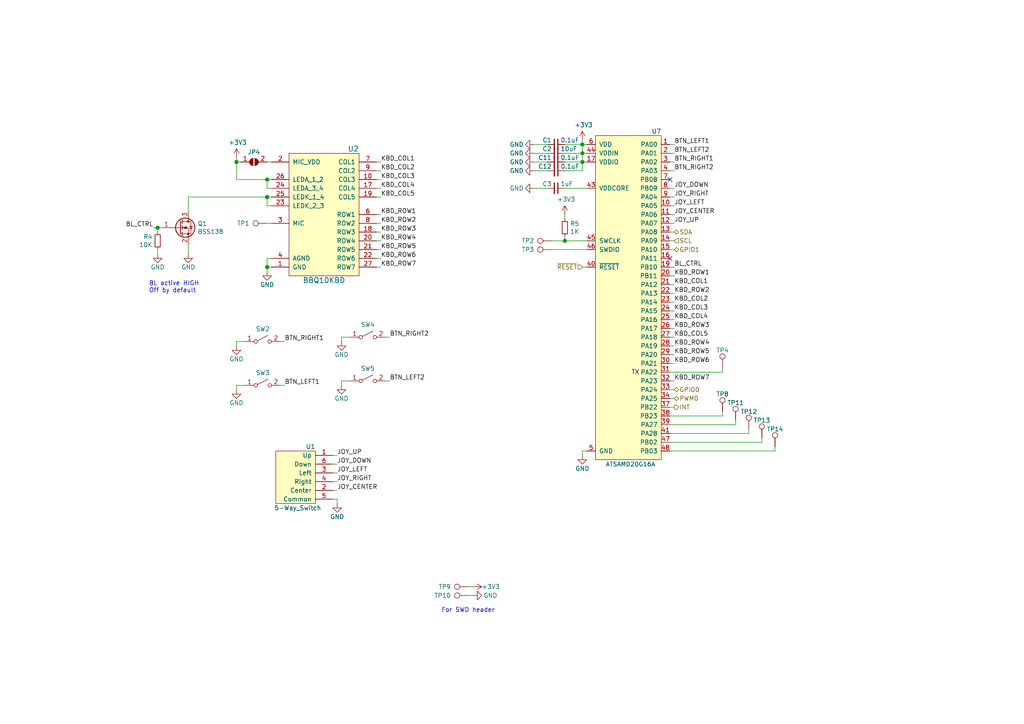
<source format=kicad_sch>
(kicad_sch (version 20210126) (generator eeschema)
  (paper "A4")
  (lib_symbols
    (symbol "Connector:TestPoint" (pin_numbers hide) (pin_names (offset 0.762) hide)
      (property "Reference" "TP" (at 0 6.858 0))
      (property "Value" "TestPoint" (at 0 5.08 0))
      (symbol "TestPoint_0_1"
        (circle (center 0 3.302) (radius 0.762))
      )
      (symbol "TestPoint_1_1"
        (pin passive line (at 0 0 90) (length 2.54) (name "1") (number "1"))
      )
    )
    (symbol "Device:C_Small" (pin_numbers hide) (pin_names (offset 0.254) hide)
      (property "Reference" "C" (at 0.254 1.778 0))
      (property "Value" "C_Small" (at 0.254 -2.032 0))
      (symbol "C_Small_0_1"
        (polyline (pts (xy -1.524 -0.508) (xy 1.524 -0.508)) (stroke (width 0.3302)))
        (polyline (pts (xy -1.524 0.508) (xy 1.524 0.508)) (stroke (width 0.3048)))
      )
      (symbol "C_Small_1_1"
        (pin passive line (at 0 2.54 270) (length 2.032) (name "~") (number "1"))
        (pin passive line (at 0 -2.54 90) (length 2.032) (name "~") (number "2"))
      )
    )
    (symbol "Device:R_Small" (pin_numbers hide) (pin_names (offset 0.254) hide)
      (property "Reference" "R" (at 0.762 0.508 0))
      (property "Value" "R_Small" (at 0.762 -1.016 0))
      (symbol "R_Small_0_1"
        (rectangle (start -0.762 1.778) (end 0.762 -1.778) (stroke (width 0.2032)))
      )
      (symbol "R_Small_1_1"
        (pin passive line (at 0 2.54 270) (length 0.762) (name "~") (number "1"))
        (pin passive line (at 0 -2.54 90) (length 0.762) (name "~") (number "2"))
      )
    )
    (symbol "Jumper:SolderJumper_2_Open" (pin_names (offset 0) hide)
      (property "Reference" "JP" (at 0 2.032 0))
      (property "Value" "SolderJumper_2_Open" (at 0 -2.54 0))
      (symbol "SolderJumper_2_Open_0_1"
        (arc (start -0.254 1.016) (end -0.254 -1.016) (radius (at -0.254 0) (length 1.016) (angles 90.1 -90.1)))
        (arc (start 0.254 -1.016) (end 0.254 1.016) (radius (at 0.254 0) (length 1.016) (angles -89.9 89.9)))
        (arc (start -0.254 1.016) (end -0.254 -1.016) (radius (at -0.254 0) (length 1.016) (angles 90.1 -90.1)) (fill (type outline)))
        (arc (start 0.254 -1.016) (end 0.254 1.016) (radius (at 0.254 0) (length 1.016) (angles -89.9 89.9)) (fill (type outline)))
        (polyline (pts (xy -0.254 1.016) (xy -0.254 -1.016)))
        (polyline (pts (xy 0.254 1.016) (xy 0.254 -1.016)))
      )
      (symbol "SolderJumper_2_Open_1_1"
        (pin passive line (at -3.81 0 0) (length 2.54) (name "A") (number "1"))
        (pin passive line (at 3.81 0 180) (length 2.54) (name "B") (number "2"))
      )
    )
    (symbol "Keyboard:BBQ10KBD" (pin_names (offset 1.016))
      (property "Reference" "U" (at 10.16 19.05 0))
      (property "Value" "BBQ10KBD" (at 1.27 -19.05 0))
      (symbol "BBQ10KBD_0_1"
        (rectangle (start -10.16 17.78) (end 10.16 -17.78) (fill (type background)))
      )
      (symbol "BBQ10KBD_1_1"
        (pin power_in line (at -15.24 -15.24 0) (length 5.08) (name "GND") (number "1"))
        (pin output line (at 15.24 10.16 180) (length 5.08) (name "COL3") (number "10"))
        (pin passive line (at -15.24 -15.24 0) (length 5.08) hide (name "GND") (number "11"))
        (pin passive line (at -15.24 -15.24 0) (length 5.08) hide (name "GND") (number "12"))
        (pin passive line (at -15.24 -15.24 0) (length 5.08) hide (name "GND") (number "13"))
        (pin passive line (at -15.24 -15.24 0) (length 5.08) hide (name "GND") (number "14"))
        (pin passive line (at -15.24 -15.24 0) (length 5.08) hide (name "GND") (number "15"))
        (pin passive line (at -15.24 -15.24 0) (length 5.08) hide (name "GND") (number "16"))
        (pin output line (at 15.24 7.62 180) (length 5.08) (name "COL4") (number "17"))
        (pin output line (at 15.24 -5.08 180) (length 5.08) (name "ROW3") (number "18"))
        (pin output line (at 15.24 5.08 180) (length 5.08) (name "COL5") (number "19"))
        (pin input line (at -15.24 15.24 0) (length 5.08) (name "MIC_VDD") (number "2"))
        (pin output line (at 15.24 -7.62 180) (length 5.08) (name "ROW4") (number "20"))
        (pin output line (at 15.24 -10.16 180) (length 5.08) (name "ROW5") (number "21"))
        (pin output line (at 15.24 -12.7 180) (length 5.08) (name "ROW6") (number "22"))
        (pin input line (at -15.24 2.54 0) (length 5.08) (name "LEDK_2_3") (number "23"))
        (pin power_in line (at -15.24 7.62 0) (length 5.08) (name "LEDA_3_4") (number "24"))
        (pin input line (at -15.24 5.08 0) (length 5.08) (name "LEDK_1_4") (number "25"))
        (pin power_in line (at -15.24 10.16 0) (length 5.08) (name "LEDA_1_2") (number "26"))
        (pin output line (at 15.24 -15.24 180) (length 5.08) (name "ROW7") (number "27"))
        (pin passive line (at -15.24 -15.24 0) (length 5.08) hide (name "GND") (number "28"))
        (pin output line (at -15.24 -2.54 0) (length 5.08) (name "MIC") (number "3"))
        (pin power_in line (at -15.24 -12.7 0) (length 5.08) (name "AGND") (number "4"))
        (pin passive line (at -15.24 -15.24 0) (length 5.08) hide (name "GND") (number "5"))
        (pin output line (at 15.24 0 180) (length 5.08) (name "ROW1") (number "6"))
        (pin output line (at 15.24 15.24 180) (length 5.08) (name "COL1") (number "7"))
        (pin output line (at 15.24 -2.54 180) (length 5.08) (name "ROW2") (number "8"))
        (pin output line (at 15.24 12.7 180) (length 5.08) (name "COL2") (number "9"))
      )
    )
    (symbol "MCU_Microchip_SAMD_Extra:ATSAMD20G16A" (pin_names (offset 1.016))
      (property "Reference" "U" (at 7.62 46.99 0))
      (property "Value" "ATSAMD20G16A" (at -1.27 -49.53 0))
      (symbol "ATSAMD20G16A_0_1"
        (rectangle (start -11.43 45.72) (end 7.62 -48.26) (fill (type background)))
      )
      (symbol "ATSAMD20G16A_1_1"
        (pin bidirectional line (at 10.16 43.18 180) (length 2.54) (name "PA00") (number "1"))
        (pin bidirectional line (at 10.16 25.4 180) (length 2.54) (name "PA05") (number "10"))
        (pin bidirectional line (at 10.16 22.86 180) (length 2.54) (name "PA06") (number "11"))
        (pin bidirectional line (at 10.16 20.32 180) (length 2.54) (name "PA07") (number "12"))
        (pin bidirectional line (at 10.16 17.78 180) (length 2.54) (name "PA08") (number "13"))
        (pin bidirectional line (at 10.16 15.24 180) (length 2.54) (name "PA09") (number "14"))
        (pin bidirectional line (at 10.16 12.7 180) (length 2.54) (name "PA10") (number "15"))
        (pin bidirectional line (at 10.16 10.16 180) (length 2.54) (name "PA11") (number "16"))
        (pin power_in line (at -13.97 38.1 0) (length 2.54) (name "VDDIO") (number "17"))
        (pin passive line (at -13.97 -45.72 0) (length 2.54) hide (name "GND") (number "18"))
        (pin bidirectional line (at 10.16 7.62 180) (length 2.54) (name "PB10") (number "19"))
        (pin bidirectional line (at 10.16 40.64 180) (length 2.54) (name "PA01") (number "2"))
        (pin bidirectional line (at 10.16 5.08 180) (length 2.54) (name "PB11") (number "20"))
        (pin bidirectional line (at 10.16 2.54 180) (length 2.54) (name "PA12") (number "21"))
        (pin bidirectional line (at 10.16 0 180) (length 2.54) (name "PA13") (number "22"))
        (pin bidirectional line (at 10.16 -2.54 180) (length 2.54) (name "PA14") (number "23"))
        (pin bidirectional line (at 10.16 -5.08 180) (length 2.54) (name "PA15") (number "24"))
        (pin bidirectional line (at 10.16 -7.62 180) (length 2.54) (name "PA16") (number "25"))
        (pin bidirectional line (at 10.16 -10.16 180) (length 2.54) (name "PA17") (number "26"))
        (pin bidirectional line (at 10.16 -12.7 180) (length 2.54) (name "PA18") (number "27"))
        (pin bidirectional line (at 10.16 -15.24 180) (length 2.54) (name "PA19") (number "28"))
        (pin bidirectional line (at 10.16 -17.78 180) (length 2.54) (name "PA20") (number "29"))
        (pin bidirectional line (at 10.16 38.1 180) (length 2.54) (name "PA02") (number "3"))
        (pin bidirectional line (at 10.16 -20.32 180) (length 2.54) (name "PA21") (number "30"))
        (pin bidirectional line (at 10.16 -22.86 180) (length 2.54) (name "PA22") (number "31"))
        (pin bidirectional line (at 10.16 -25.4 180) (length 2.54) (name "PA23") (number "32"))
        (pin bidirectional line (at 10.16 -27.94 180) (length 2.54) (name "PA24") (number "33"))
        (pin bidirectional line (at 10.16 -30.48 180) (length 2.54) (name "PA25") (number "34"))
        (pin passive line (at -13.97 -45.72 0) (length 2.54) hide (name "GND") (number "35"))
        (pin passive line (at -13.97 38.1 0) (length 2.54) hide (name "VDDIO") (number "36"))
        (pin bidirectional line (at 10.16 -33.02 180) (length 2.54) (name "PB22") (number "37"))
        (pin bidirectional line (at 10.16 -35.56 180) (length 2.54) (name "PB23") (number "38"))
        (pin bidirectional line (at 10.16 -38.1 180) (length 2.54) (name "PA27") (number "39"))
        (pin bidirectional line (at 10.16 35.56 180) (length 2.54) (name "PA03") (number "4"))
        (pin input line (at -13.97 7.62 0) (length 2.54) (name "~RESET~") (number "40"))
        (pin bidirectional line (at 10.16 -40.64 180) (length 2.54) (name "PA28") (number "41"))
        (pin passive line (at -13.97 -45.72 0) (length 2.54) hide (name "GND") (number "42"))
        (pin power_out line (at -13.97 30.48 0) (length 2.54) (name "VDDCORE") (number "43"))
        (pin power_in line (at -13.97 40.64 0) (length 2.54) (name "VDDIN") (number "44"))
        (pin input line (at -13.97 15.24 0) (length 2.54) (name "SWCLK") (number "45"))
        (pin bidirectional line (at -13.97 12.7 0) (length 2.54) (name "SWDIO") (number "46"))
        (pin bidirectional line (at 10.16 -43.18 180) (length 2.54) (name "PB02") (number "47"))
        (pin bidirectional line (at 10.16 -45.72 180) (length 2.54) (name "PB03") (number "48"))
        (pin power_in line (at -13.97 -45.72 0) (length 2.54) (name "GND") (number "5"))
        (pin power_in line (at -13.97 43.18 0) (length 2.54) (name "VDD") (number "6"))
        (pin bidirectional line (at 10.16 33.02 180) (length 2.54) (name "PB08") (number "7"))
        (pin bidirectional line (at 10.16 30.48 180) (length 2.54) (name "PB09") (number "8"))
        (pin bidirectional line (at 10.16 27.94 180) (length 2.54) (name "PA04") (number "9"))
      )
    )
    (symbol "Switch:SW_SPST" (pin_names (offset 0) hide)
      (property "Reference" "SW" (at 0 3.175 0))
      (property "Value" "SW_SPST" (at 0 -2.54 0))
      (symbol "SW_SPST_0_0"
        (circle (center -2.032 0) (radius 0.508))
        (circle (center 2.032 0) (radius 0.508))
        (polyline (pts (xy -1.524 0.254) (xy 1.524 1.778)))
      )
      (symbol "SW_SPST_1_1"
        (pin passive line (at -5.08 0 0) (length 2.54) (name "A") (number "1"))
        (pin passive line (at 5.08 0 180) (length 2.54) (name "B") (number "2"))
      )
    )
    (symbol "Switch_Extra:5-Way_Switch" (pin_names (offset 1.016))
      (property "Reference" "U" (at 5.08 10.16 0))
      (property "Value" "5-Way_Switch" (at 0 -7.62 0))
      (symbol "5-Way_Switch_0_1"
        (rectangle (start 5.08 8.89) (end -6.35 -6.35) (fill (type background)))
      )
      (symbol "5-Way_Switch_1_1"
        (pin output line (at 10.16 7.62 180) (length 5.08) (name "Up") (number "1"))
        (pin output line (at 10.16 -2.54 180) (length 5.08) (name "Center") (number "2"))
        (pin output line (at 10.16 2.54 180) (length 5.08) (name "Left") (number "3"))
        (pin output line (at 10.16 0 180) (length 5.08) (name "Right") (number "4"))
        (pin input line (at 10.16 -5.08 180) (length 5.08) (name "Common") (number "5"))
        (pin output line (at 10.16 5.08 180) (length 5.08) (name "Down") (number "6"))
        (pin input line (at 10.16 -5.08 180) (length 5.08) hide (name "SHIELD") (number "SHIELD"))
      )
    )
    (symbol "Transistor_FET:BSS138" (pin_names hide)
      (property "Reference" "Q" (at 5.08 1.905 0))
      (property "Value" "BSS138" (at 5.08 0 0))
      (symbol "BSS138_0_1"
        (circle (center 1.651 0) (radius 2.794) (stroke (width 0.254)))
        (circle (center 2.54 -1.778) (radius 0.254) (fill (type outline)))
        (circle (center 2.54 1.778) (radius 0.254) (fill (type outline)))
        (polyline (pts (xy 0.254 0) (xy -2.54 0)))
        (polyline (pts (xy 0.254 1.905) (xy 0.254 -1.905)) (stroke (width 0.254)))
        (polyline (pts (xy 0.762 -1.27) (xy 0.762 -2.286)) (stroke (width 0.254)))
        (polyline (pts (xy 0.762 0.508) (xy 0.762 -0.508)) (stroke (width 0.254)))
        (polyline (pts (xy 0.762 2.286) (xy 0.762 1.27)) (stroke (width 0.254)))
        (polyline (pts (xy 2.54 2.54) (xy 2.54 1.778)))
        (polyline (pts (xy 2.54 -2.54) (xy 2.54 0) (xy 0.762 0)))
        (polyline (pts (xy 0.762 -1.778) (xy 3.302 -1.778) (xy 3.302 1.778) (xy 0.762 1.778)))
        (polyline (pts (xy 2.794 0.508) (xy 2.921 0.381) (xy 3.683 0.381) (xy 3.81 0.254)))
        (polyline (pts (xy 3.302 0.381) (xy 2.921 -0.254) (xy 3.683 -0.254) (xy 3.302 0.381)))
        (polyline (pts (xy 1.016 0) (xy 2.032 0.381) (xy 2.032 -0.381) (xy 1.016 0)) (fill (type outline)))
      )
      (symbol "BSS138_1_1"
        (pin input line (at -5.08 0 0) (length 2.54) (name "G") (number "1"))
        (pin passive line (at 2.54 -5.08 90) (length 2.54) (name "S") (number "2"))
        (pin passive line (at 2.54 5.08 270) (length 2.54) (name "D") (number "3"))
      )
    )
    (symbol "power:+3.3V" (power) (pin_names (offset 0))
      (property "Value" "+3.3V" (at 0 3.556 0))
      (symbol "+3.3V_0_1"
        (polyline (pts (xy -0.762 1.27) (xy 0 2.54)))
        (polyline (pts (xy 0 0) (xy 0 2.54)))
        (polyline (pts (xy 0 2.54) (xy 0.762 1.27)))
      )
      (symbol "+3.3V_1_1"
        (pin power_in line (at 0 0 90) (length 0) hide (name "+3V3") (number "1"))
      )
    )
    (symbol "power:+3.3V_1" (power) (pin_names (offset 0))
      (property "Value" "+3.3V" (at 0 3.556 0))
      (symbol "+3.3V_1_0_1"
        (polyline (pts (xy -0.762 1.27) (xy 0 2.54)))
        (polyline (pts (xy 0 0) (xy 0 2.54)))
        (polyline (pts (xy 0 2.54) (xy 0.762 1.27)))
      )
      (symbol "+3.3V_1_1_1"
        (pin power_in line (at 0 0 90) (length 0) hide (name "+3V3") (number "1"))
      )
    )
    (symbol "power:+3.3V_2" (power) (pin_names (offset 0))
      (property "Value" "+3.3V" (at 0 3.556 0))
      (symbol "+3.3V_2_0_1"
        (polyline (pts (xy -0.762 1.27) (xy 0 2.54)))
        (polyline (pts (xy 0 0) (xy 0 2.54)))
        (polyline (pts (xy 0 2.54) (xy 0.762 1.27)))
      )
      (symbol "+3.3V_2_1_1"
        (pin power_in line (at 0 0 90) (length 0) hide (name "+3V3") (number "1"))
      )
    )
    (symbol "power:+3.3V_3" (power) (pin_names (offset 0))
      (property "Value" "+3.3V" (at 0 3.556 0))
      (symbol "+3.3V_3_0_1"
        (polyline (pts (xy -0.762 1.27) (xy 0 2.54)))
        (polyline (pts (xy 0 0) (xy 0 2.54)))
        (polyline (pts (xy 0 2.54) (xy 0.762 1.27)))
      )
      (symbol "+3.3V_3_1_1"
        (pin power_in line (at 0 0 90) (length 0) hide (name "+3V3") (number "1"))
      )
    )
    (symbol "power:GND" (power) (pin_names (offset 0))
      (property "Value" "GND" (at 0 -3.81 0))
      (symbol "GND_0_1"
        (polyline (pts (xy 0 0) (xy 0 -1.27) (xy 1.27 -1.27) (xy 0 -2.54) (xy -1.27 -1.27) (xy 0 -1.27)))
      )
      (symbol "GND_1_1"
        (pin power_in line (at 0 0 270) (length 0) hide (name "GND") (number "1"))
      )
    )
  )
  (junction (at 45.72 66.04) (diameter 1.016))
  (junction (at 68.58 46.99) (diameter 1.016))
  (junction (at 77.47 52.07) (diameter 1.016))
  (junction (at 77.47 57.15) (diameter 1.016))
  (junction (at 77.47 77.47) (diameter 1.016))
  (junction (at 163.83 69.85) (diameter 1.016))
  (junction (at 168.91 41.91) (diameter 1.016))
  (junction (at 168.91 44.45) (diameter 1.016))
  (junction (at 168.91 46.99) (diameter 1.016))
  (no_connect (at 194.31 52.07))
  (no_connect (at 194.31 74.93))
  (wire (pts (xy 45.72 66.04) (xy 44.45 66.04)))
  (wire (pts (xy 45.72 66.04) (xy 45.72 67.31)))
  (wire (pts (xy 45.72 72.39) (xy 45.72 73.66)))
  (wire (pts (xy 46.99 66.04) (xy 45.72 66.04)))
  (wire (pts (xy 54.61 57.15) (xy 54.61 60.96)))
  (wire (pts (xy 54.61 71.12) (xy 54.61 73.66)))
  (wire (pts (xy 68.58 46.99) (xy 68.58 45.72)))
  (wire (pts (xy 68.58 52.07) (xy 68.58 46.99)))
  (wire (pts (xy 68.58 99.06) (xy 68.58 100.33)))
  (wire (pts (xy 68.58 111.76) (xy 68.58 113.03)))
  (wire (pts (xy 69.85 46.99) (xy 68.58 46.99)))
  (wire (pts (xy 71.12 99.06) (xy 68.58 99.06)))
  (wire (pts (xy 71.12 111.76) (xy 68.58 111.76)))
  (wire (pts (xy 77.47 46.99) (xy 78.74 46.99)))
  (wire (pts (xy 77.47 52.07) (xy 68.58 52.07)))
  (wire (pts (xy 77.47 54.61) (xy 77.47 52.07)))
  (wire (pts (xy 77.47 57.15) (xy 54.61 57.15)))
  (wire (pts (xy 77.47 57.15) (xy 78.74 57.15)))
  (wire (pts (xy 77.47 59.69) (xy 77.47 57.15)))
  (wire (pts (xy 77.47 74.93) (xy 77.47 77.47)))
  (wire (pts (xy 77.47 77.47) (xy 77.47 78.74)))
  (wire (pts (xy 77.47 77.47) (xy 78.74 77.47)))
  (wire (pts (xy 78.74 52.07) (xy 77.47 52.07)))
  (wire (pts (xy 78.74 54.61) (xy 77.47 54.61)))
  (wire (pts (xy 78.74 59.69) (xy 77.47 59.69)))
  (wire (pts (xy 78.74 64.77) (xy 77.47 64.77)))
  (wire (pts (xy 78.74 74.93) (xy 77.47 74.93)))
  (wire (pts (xy 81.28 99.06) (xy 82.55 99.06)))
  (wire (pts (xy 81.28 111.76) (xy 82.55 111.76)))
  (wire (pts (xy 96.52 132.08) (xy 97.79 132.08)))
  (wire (pts (xy 96.52 134.62) (xy 97.79 134.62)))
  (wire (pts (xy 96.52 137.16) (xy 97.79 137.16)))
  (wire (pts (xy 96.52 139.7) (xy 97.79 139.7)))
  (wire (pts (xy 96.52 142.24) (xy 97.79 142.24)))
  (wire (pts (xy 96.52 144.78) (xy 97.79 144.78)))
  (wire (pts (xy 97.79 144.78) (xy 97.79 146.05)))
  (wire (pts (xy 99.06 97.79) (xy 99.06 99.06)))
  (wire (pts (xy 99.06 110.49) (xy 99.06 111.76)))
  (wire (pts (xy 101.6 97.79) (xy 99.06 97.79)))
  (wire (pts (xy 101.6 110.49) (xy 99.06 110.49)))
  (wire (pts (xy 109.22 46.99) (xy 110.49 46.99)))
  (wire (pts (xy 109.22 49.53) (xy 110.49 49.53)))
  (wire (pts (xy 109.22 52.07) (xy 110.49 52.07)))
  (wire (pts (xy 109.22 54.61) (xy 110.49 54.61)))
  (wire (pts (xy 109.22 57.15) (xy 110.49 57.15)))
  (wire (pts (xy 109.22 62.23) (xy 110.49 62.23)))
  (wire (pts (xy 109.22 64.77) (xy 110.49 64.77)))
  (wire (pts (xy 109.22 67.31) (xy 110.49 67.31)))
  (wire (pts (xy 109.22 69.85) (xy 110.49 69.85)))
  (wire (pts (xy 109.22 72.39) (xy 110.49 72.39)))
  (wire (pts (xy 109.22 74.93) (xy 110.49 74.93)))
  (wire (pts (xy 109.22 77.47) (xy 110.49 77.47)))
  (wire (pts (xy 111.76 97.79) (xy 113.03 97.79)))
  (wire (pts (xy 111.76 110.49) (xy 113.03 110.49)))
  (wire (pts (xy 135.89 170.18) (xy 137.16 170.18)))
  (wire (pts (xy 135.89 172.72) (xy 137.16 172.72)))
  (wire (pts (xy 158.75 41.91) (xy 154.94 41.91)))
  (wire (pts (xy 158.75 44.45) (xy 154.94 44.45)))
  (wire (pts (xy 158.75 46.99) (xy 154.94 46.99)))
  (wire (pts (xy 158.75 49.53) (xy 154.94 49.53)))
  (wire (pts (xy 158.75 54.61) (xy 154.94 54.61)))
  (wire (pts (xy 163.83 44.45) (xy 168.91 44.45)))
  (wire (pts (xy 163.83 46.99) (xy 168.91 46.99)))
  (wire (pts (xy 163.83 49.53) (xy 168.91 49.53)))
  (wire (pts (xy 163.83 54.61) (xy 170.18 54.61)))
  (wire (pts (xy 163.83 63.5) (xy 163.83 62.23)))
  (wire (pts (xy 163.83 69.85) (xy 160.02 69.85)))
  (wire (pts (xy 163.83 69.85) (xy 163.83 68.58)))
  (wire (pts (xy 168.91 41.91) (xy 163.83 41.91)))
  (wire (pts (xy 168.91 41.91) (xy 168.91 40.64)))
  (wire (pts (xy 168.91 41.91) (xy 168.91 44.45)))
  (wire (pts (xy 168.91 44.45) (xy 168.91 46.99)))
  (wire (pts (xy 168.91 44.45) (xy 170.18 44.45)))
  (wire (pts (xy 168.91 46.99) (xy 168.91 49.53)))
  (wire (pts (xy 168.91 46.99) (xy 170.18 46.99)))
  (wire (pts (xy 168.91 130.81) (xy 168.91 132.08)))
  (wire (pts (xy 170.18 41.91) (xy 168.91 41.91)))
  (wire (pts (xy 170.18 69.85) (xy 163.83 69.85)))
  (wire (pts (xy 170.18 72.39) (xy 160.02 72.39)))
  (wire (pts (xy 170.18 77.47) (xy 168.91 77.47)))
  (wire (pts (xy 170.18 130.81) (xy 168.91 130.81)))
  (wire (pts (xy 194.31 44.45) (xy 195.58 44.45)))
  (wire (pts (xy 194.31 54.61) (xy 195.58 54.61)))
  (wire (pts (xy 194.31 57.15) (xy 195.58 57.15)))
  (wire (pts (xy 194.31 59.69) (xy 195.58 59.69)))
  (wire (pts (xy 194.31 62.23) (xy 195.58 62.23)))
  (wire (pts (xy 194.31 64.77) (xy 195.58 64.77)))
  (wire (pts (xy 194.31 67.31) (xy 195.58 67.31)))
  (wire (pts (xy 194.31 69.85) (xy 195.58 69.85)))
  (wire (pts (xy 194.31 72.39) (xy 195.58 72.39)))
  (wire (pts (xy 194.31 77.47) (xy 195.58 77.47)))
  (wire (pts (xy 194.31 80.01) (xy 195.58 80.01)))
  (wire (pts (xy 194.31 82.55) (xy 195.58 82.55)))
  (wire (pts (xy 194.31 85.09) (xy 195.58 85.09)))
  (wire (pts (xy 194.31 87.63) (xy 195.58 87.63)))
  (wire (pts (xy 194.31 90.17) (xy 195.58 90.17)))
  (wire (pts (xy 194.31 92.71) (xy 195.58 92.71)))
  (wire (pts (xy 194.31 95.25) (xy 195.58 95.25)))
  (wire (pts (xy 194.31 97.79) (xy 195.58 97.79)))
  (wire (pts (xy 194.31 100.33) (xy 195.58 100.33)))
  (wire (pts (xy 194.31 102.87) (xy 195.58 102.87)))
  (wire (pts (xy 194.31 105.41) (xy 195.58 105.41)))
  (wire (pts (xy 194.31 107.95) (xy 209.55 107.95)))
  (wire (pts (xy 194.31 110.49) (xy 195.58 110.49)))
  (wire (pts (xy 194.31 113.03) (xy 195.58 113.03)))
  (wire (pts (xy 194.31 115.57) (xy 195.58 115.57)))
  (wire (pts (xy 194.31 118.11) (xy 195.58 118.11)))
  (wire (pts (xy 194.31 120.65) (xy 209.55 120.65)))
  (wire (pts (xy 194.31 123.19) (xy 213.36 123.19)))
  (wire (pts (xy 194.31 125.73) (xy 217.17 125.73)))
  (wire (pts (xy 194.31 128.27) (xy 220.98 128.27)))
  (wire (pts (xy 194.31 130.81) (xy 224.79 130.81)))
  (wire (pts (xy 195.58 41.91) (xy 194.31 41.91)))
  (wire (pts (xy 195.58 46.99) (xy 194.31 46.99)))
  (wire (pts (xy 195.58 49.53) (xy 194.31 49.53)))
  (wire (pts (xy 209.55 107.95) (xy 209.55 106.68)))
  (wire (pts (xy 209.55 120.65) (xy 209.55 119.38)))
  (wire (pts (xy 213.36 123.19) (xy 213.36 121.92)))
  (wire (pts (xy 217.17 125.73) (xy 217.17 124.46)))
  (wire (pts (xy 220.98 128.27) (xy 220.98 127)))
  (wire (pts (xy 224.79 130.81) (xy 224.79 129.54)))
  (text "BL active HIGH\nOff by default" (at 43.18 85.09 0) (effects (font (size 1.27 1.27)) (justify left bottom)))
  (text "For SWD header" (at 143.51 177.8 180) (effects (font (size 1.27 1.27)) (justify right bottom)))
  (text "TX" (at 183.0832 108.8136 0) (effects (font (size 1.27 1.27)) (justify left bottom)))
  (label "BL_CTRL" (at 44.45 66.04 180))
  (label "BTN_RIGHT1" (at 82.55 99.06 0))
  (label "BTN_LEFT1" (at 82.55 111.76 0))
  (label "JOY_UP" (at 97.79 132.08 0))
  (label "JOY_DOWN" (at 97.79 134.62 0))
  (label "JOY_LEFT" (at 97.79 137.16 0))
  (label "JOY_RIGHT" (at 97.79 139.7 0))
  (label "JOY_CENTER" (at 97.79 142.24 0))
  (label "KBD_COL1" (at 110.49 46.99 0))
  (label "KBD_COL2" (at 110.49 49.53 0))
  (label "KBD_COL3" (at 110.49 52.07 0))
  (label "KBD_COL4" (at 110.49 54.61 0))
  (label "KBD_COL5" (at 110.49 57.15 0))
  (label "KBD_ROW1" (at 110.49 62.23 0))
  (label "KBD_ROW2" (at 110.49 64.77 0))
  (label "KBD_ROW3" (at 110.49 67.31 0))
  (label "KBD_ROW4" (at 110.49 69.85 0))
  (label "KBD_ROW5" (at 110.49 72.39 0))
  (label "KBD_ROW6" (at 110.49 74.93 0))
  (label "KBD_ROW7" (at 110.49 77.47 0))
  (label "BTN_RIGHT2" (at 113.03 97.79 0))
  (label "BTN_LEFT2" (at 113.03 110.49 0))
  (label "BTN_LEFT1" (at 195.58 41.91 0))
  (label "BTN_LEFT2" (at 195.58 44.45 0))
  (label "BTN_RIGHT1" (at 195.58 46.99 0))
  (label "BTN_RIGHT2" (at 195.58 49.53 0))
  (label "JOY_DOWN" (at 195.58 54.61 0))
  (label "JOY_RIGHT" (at 195.58 57.15 0))
  (label "JOY_LEFT" (at 195.58 59.69 0))
  (label "JOY_CENTER" (at 195.58 62.23 0))
  (label "JOY_UP" (at 195.58 64.77 0))
  (label "BL_CTRL" (at 195.58 77.47 0))
  (label "KBD_ROW1" (at 195.58 80.01 0))
  (label "KBD_COL1" (at 195.58 82.55 0))
  (label "KBD_ROW2" (at 195.58 85.09 0))
  (label "KBD_COL2" (at 195.58 87.63 0))
  (label "KBD_COL3" (at 195.58 90.17 0))
  (label "KBD_COL4" (at 195.58 92.71 0))
  (label "KBD_ROW3" (at 195.58 95.25 0))
  (label "KBD_COL5" (at 195.58 97.79 0))
  (label "KBD_ROW4" (at 195.58 100.33 0))
  (label "KBD_ROW5" (at 195.58 102.87 0))
  (label "KBD_ROW6" (at 195.58 105.41 0))
  (label "KBD_ROW7" (at 195.58 110.49 0))
  (hierarchical_label "~RESET~" (shape input) (at 168.91 77.47 180))
  (hierarchical_label "SDA" (shape bidirectional) (at 195.58 67.31 0))
  (hierarchical_label "SCL" (shape input) (at 195.58 69.85 0))
  (hierarchical_label "GPIO1" (shape bidirectional) (at 195.58 72.39 0))
  (hierarchical_label "GPIO0" (shape bidirectional) (at 195.58 113.03 0))
  (hierarchical_label "PWM0" (shape bidirectional) (at 195.58 115.57 0))
  (hierarchical_label "INT" (shape output) (at 195.58 118.11 0))
  (symbol (lib_name "power:+3.3V_1") (lib_id "power:+3.3V") (at 68.58 45.72 0) (unit 1)
    (property "Reference" "#PWR016" (effects hide))
    (property "Value" "+3.3V" (at 68.961 41.3258 0))
  )
  (symbol (lib_name "power:+3.3V_2") (lib_id "power:+3.3V") (at 137.16 170.18 270) (unit 1)
    (property "Reference" "#PWR063" (effects hide))
    (property "Value" "+3.3V" (at 139.7 170.18 90) (effects (justify left)))
  )
  (symbol (lib_name "power:+3.3V_3") (lib_id "power:+3.3V") (at 163.83 62.23 0) (unit 1)
    (property "Reference" "#PWR024" (effects hide))
    (property "Value" "+3.3V" (at 164.211 57.8358 0))
  )
  (symbol (lib_id "power:+3.3V") (at 168.91 40.64 0) (unit 1)
    (property "Reference" "#PWR025" (effects hide))
    (property "Value" "+3.3V" (at 169.291 36.2458 0))
  )
  (symbol (lib_id "Connector:TestPoint") (at 77.47 64.77 90) (unit 1) (in_bom no)
    (property "Reference" "TP1" (at 72.39 64.77 90) (effects (justify left)))
    (property "Value" "TP_MIC" (effects hide))
    (property "Footprint" "TestPoint:TestPoint_Pad_D2.0mm" (effects hide))
  )
  (symbol (lib_id "Connector:TestPoint") (at 135.89 170.18 90) (unit 1) (in_bom no)
    (property "Reference" "TP9" (at 130.81 170.18 90) (effects (justify left)))
    (property "Value" "TP_KBD_3V" (effects hide))
    (property "Footprint" "TestPoint:TestPoint_Pad_D2.0mm" (effects hide))
  )
  (symbol (lib_id "Connector:TestPoint") (at 135.89 172.72 90) (unit 1) (in_bom no)
    (property "Reference" "TP10" (at 130.81 172.72 90) (effects (justify left)))
    (property "Value" "TP_KBD_GND" (effects hide))
    (property "Footprint" "TestPoint:TestPoint_Pad_D2.0mm" (effects hide))
  )
  (symbol (lib_id "Connector:TestPoint") (at 160.02 69.85 90) (unit 1) (in_bom no)
    (property "Reference" "TP2" (at 154.94 69.85 90) (effects (justify left)))
    (property "Value" "TP_KBD_SWCLK" (effects hide))
    (property "Footprint" "TestPoint:TestPoint_Pad_D2.0mm" (effects hide))
  )
  (symbol (lib_id "Connector:TestPoint") (at 160.02 72.39 90) (unit 1) (in_bom no)
    (property "Reference" "TP3" (at 154.94 72.39 90) (effects (justify left)))
    (property "Value" "TP_KBD_SWDIO" (effects hide))
    (property "Footprint" "TestPoint:TestPoint_Pad_D2.0mm" (effects hide))
  )
  (symbol (lib_id "Connector:TestPoint") (at 209.55 106.68 0) (unit 1) (in_bom no)
    (property "Reference" "TP4" (at 209.55 101.6 0))
    (property "Value" "TP_KBD_TX" (effects hide))
    (property "Footprint" "TestPoint:TestPoint_Pad_D2.0mm" (effects hide))
  )
  (symbol (lib_id "Connector:TestPoint") (at 209.55 119.38 0) (unit 1) (in_bom no)
    (property "Reference" "TP8" (at 209.55 114.3 0))
    (property "Value" "TP_GPIO2" (effects hide))
    (property "Footprint" "TestPoint:TestPoint_Pad_D2.0mm" (effects hide))
  )
  (symbol (lib_id "Connector:TestPoint") (at 213.36 121.92 0) (unit 1) (in_bom no)
    (property "Reference" "TP11" (at 213.36 116.84 0))
    (property "Value" "TP_GPIO3" (effects hide))
    (property "Footprint" "TestPoint:TestPoint_Pad_D2.0mm" (effects hide))
  )
  (symbol (lib_id "Connector:TestPoint") (at 217.17 124.46 0) (unit 1) (in_bom no)
    (property "Reference" "TP12" (at 217.17 119.38 0))
    (property "Value" "TP_GPIO4" (effects hide))
    (property "Footprint" "TestPoint:TestPoint_Pad_D2.0mm" (effects hide))
  )
  (symbol (lib_id "Connector:TestPoint") (at 220.98 127 0) (unit 1) (in_bom no)
    (property "Reference" "TP13" (at 220.98 121.92 0))
    (property "Value" "TP_GPIO5" (effects hide))
    (property "Footprint" "TestPoint:TestPoint_Pad_D2.0mm" (effects hide))
  )
  (symbol (lib_id "Connector:TestPoint") (at 224.79 129.54 0) (unit 1) (in_bom no)
    (property "Reference" "TP14" (at 224.79 124.46 0))
    (property "Value" "TP_GPIO6" (effects hide))
    (property "Footprint" "TestPoint:TestPoint_Pad_D2.0mm" (effects hide))
  )
  (symbol (lib_id "power:GND") (at 45.72 73.66 0) (unit 1)
    (property "Reference" "#PWR014" (effects hide))
    (property "Value" "GND" (at 45.72 77.47 0))
  )
  (symbol (lib_id "power:GND") (at 54.61 73.66 0) (unit 1)
    (property "Reference" "#PWR015" (effects hide))
    (property "Value" "GND" (at 54.61 77.47 0))
  )
  (symbol (lib_id "power:GND") (at 68.58 100.33 0) (unit 1)
    (property "Reference" "#PWR018" (effects hide))
    (property "Value" "GND" (at 68.58 104.14 0))
  )
  (symbol (lib_id "power:GND") (at 68.58 113.03 0) (unit 1)
    (property "Reference" "#PWR019" (effects hide))
    (property "Value" "GND" (at 68.58 116.84 0))
  )
  (symbol (lib_id "power:GND") (at 77.47 78.74 0) (unit 1)
    (property "Reference" "#PWR017" (effects hide))
    (property "Value" "GND" (at 77.47 82.55 0))
  )
  (symbol (lib_id "power:GND") (at 97.79 146.05 0) (unit 1)
    (property "Reference" "#PWR020" (effects hide))
    (property "Value" "GND" (at 97.79 149.86 0))
  )
  (symbol (lib_id "power:GND") (at 99.06 99.06 0) (unit 1)
    (property "Reference" "#PWR055" (effects hide))
    (property "Value" "GND" (at 99.06 102.87 0))
  )
  (symbol (lib_id "power:GND") (at 99.06 111.76 0) (unit 1)
    (property "Reference" "#PWR056" (effects hide))
    (property "Value" "GND" (at 99.06 115.57 0))
  )
  (symbol (lib_id "power:GND") (at 137.16 172.72 90) (unit 1)
    (property "Reference" "#PWR064" (effects hide))
    (property "Value" "GND" (at 142.24 172.72 90))
  )
  (symbol (lib_id "power:GND") (at 154.94 41.91 270) (unit 1)
    (property "Reference" "#PWR021" (effects hide))
    (property "Value" "GND" (at 149.86 41.91 90))
  )
  (symbol (lib_id "power:GND") (at 154.94 44.45 270) (unit 1)
    (property "Reference" "#PWR022" (effects hide))
    (property "Value" "GND" (at 149.86 44.45 90))
  )
  (symbol (lib_id "power:GND") (at 154.94 46.99 270) (unit 1)
    (property "Reference" "#PWR057" (effects hide))
    (property "Value" "GND" (at 149.86 46.99 90))
  )
  (symbol (lib_id "power:GND") (at 154.94 49.53 270) (unit 1)
    (property "Reference" "#PWR058" (effects hide))
    (property "Value" "GND" (at 149.86 49.53 90))
  )
  (symbol (lib_id "power:GND") (at 154.94 54.61 270) (unit 1)
    (property "Reference" "#PWR023" (effects hide))
    (property "Value" "GND" (at 149.86 54.61 90))
  )
  (symbol (lib_id "power:GND") (at 168.91 132.08 0) (unit 1)
    (property "Reference" "#PWR026" (effects hide))
    (property "Value" "GND" (at 168.91 135.89 0))
  )
  (symbol (lib_id "Device:R_Small") (at 45.72 69.85 0) (mirror x) (unit 1)
    (property "Reference" "R4" (at 44.2468 68.6816 0) (effects (justify right)))
    (property "Value" "10K" (at 44.2468 70.993 0) (effects (justify right)))
    (property "Footprint" "Resistor_SMD:R_0603_1608Metric" (effects hide))
  )
  (symbol (lib_id "Device:R_Small") (at 163.83 66.04 0) (unit 1)
    (property "Reference" "R5" (at 165.3286 64.8716 0) (effects (justify left)))
    (property "Value" "1K" (at 165.3286 67.183 0) (effects (justify left)))
    (property "Footprint" "Resistor_SMD:R_0603_1608Metric" (effects hide))
  )
  (symbol (lib_id "Jumper:SolderJumper_2_Open") (at 73.66 46.99 0) (unit 1)
    (property "Reference" "JP4" (at 73.66 44.1198 0))
    (property "Value" "SB_MIC_VDD" (effects hide))
    (property "Footprint" "Jumper:SolderJumper-2_P1.3mm_Open_RoundedPad1.0x1.5mm" (effects hide))
  )
  (symbol (lib_id "Device:C_Small") (at 161.29 41.91 270) (unit 1)
    (property "Reference" "C1" (at 160.02 40.64 90) (effects (justify right)))
    (property "Value" "0.1uF" (at 162.56 40.64 90) (effects (justify left)))
    (property "Footprint" "Capacitor_SMD:C_0603_1608Metric" (effects hide))
  )
  (symbol (lib_id "Device:C_Small") (at 161.29 44.45 270) (unit 1)
    (property "Reference" "C2" (at 160.02 43.18 90) (effects (justify right)))
    (property "Value" "10uF" (at 162.56 43.18 90) (effects (justify left)))
    (property "Footprint" "Capacitor_SMD:C_0603_1608Metric" (effects hide))
  )
  (symbol (lib_id "Device:C_Small") (at 161.29 46.99 270) (unit 1)
    (property "Reference" "C11" (at 160.02 45.72 90) (effects (justify right)))
    (property "Value" "0.1uF" (at 162.56 45.72 90) (effects (justify left)))
    (property "Footprint" "Capacitor_SMD:C_0603_1608Metric" (effects hide))
  )
  (symbol (lib_id "Device:C_Small") (at 161.29 49.53 270) (unit 1)
    (property "Reference" "C12" (at 160.02 48.26 90) (effects (justify right)))
    (property "Value" "0.1uF" (at 162.56 48.26 90) (effects (justify left)))
    (property "Footprint" "Capacitor_SMD:C_0603_1608Metric" (effects hide))
  )
  (symbol (lib_id "Device:C_Small") (at 161.29 54.61 270) (unit 1)
    (property "Reference" "C3" (at 160.02 53.34 90) (effects (justify right)))
    (property "Value" "1uF" (at 162.56 53.34 90) (effects (justify left)))
    (property "Footprint" "Capacitor_SMD:C_0603_1608Metric" (effects hide))
  )
  (symbol (lib_id "Switch:SW_SPST") (at 76.2 99.06 0) (unit 1)
    (property "Reference" "SW2" (at 76.2 95.4278 0))
    (property "Value" "SW_RIGHT1" (effects hide))
    (property "Footprint" "Button_Switch_SMD_Extra:RMT-CZ66" (effects hide))
  )
  (symbol (lib_id "Switch:SW_SPST") (at 76.2 111.76 0) (unit 1)
    (property "Reference" "SW3" (at 76.2 108.1278 0))
    (property "Value" "SW_LEFT1" (effects hide))
    (property "Footprint" "Button_Switch_SMD_Extra:RMT-CZ66" (effects hide))
  )
  (symbol (lib_id "Switch:SW_SPST") (at 106.68 97.79 0) (unit 1)
    (property "Reference" "SW4" (at 106.68 94.1578 0))
    (property "Value" "SW_RIGHT2" (effects hide))
    (property "Footprint" "Button_Switch_SMD_Extra:RMT-CZ66" (effects hide))
  )
  (symbol (lib_id "Switch:SW_SPST") (at 106.68 110.49 0) (unit 1)
    (property "Reference" "SW5" (at 106.68 106.8578 0))
    (property "Value" "SW_LEFT2" (effects hide))
    (property "Footprint" "Button_Switch_SMD_Extra:RMT-CZ66" (effects hide))
  )
  (symbol (lib_id "Transistor_FET:BSS138") (at 52.07 66.04 0) (unit 1)
    (property "Reference" "Q1" (at 57.3024 64.8716 0) (effects (justify left)))
    (property "Value" "BSS138" (at 57.3024 67.183 0) (effects (justify left)))
    (property "Footprint" "Package_TO_SOT_SMD:SOT-23" (effects hide))
    (property "Datasheet" "https://www.fairchildsemi.com/datasheets/BS/BSS138.pdf" (effects hide))
    (property "LCSC" "C112239" (effects hide))
  )
  (symbol (lib_id "Switch_Extra:5-Way_Switch") (at 86.36 139.7 0) (unit 1)
    (property "Reference" "U1" (at 91.44 129.54 0) (effects (justify right)))
    (property "Value" "5-Way_Switch" (at 86.36 147.32 0))
    (property "Footprint" "Button_Switch_SMD_Extra:SF303GJ26" (effects hide))
  )
  (symbol (lib_id "Keyboard:BBQ10KBD") (at 93.98 62.23 0) (unit 1)
    (property "Reference" "U2" (at 104.14 43.18 0) (effects (font (size 1.524 1.524)) (justify right)))
    (property "Value" "BBQ10KBD" (at 93.98 81.28 0) (effects (font (size 1.524 1.524))))
    (property "Footprint" "Connector_Hirose_Extra:BM14B(0.8)-24DS-0.4V(53)" (effects hide))
  )
  (symbol (lib_id "MCU_Microchip_SAMD_Extra:ATSAMD20G16A") (at 184.15 85.09 0) (unit 1)
    (property "Reference" "U7" (at 191.77 38.1 0) (effects (justify right)))
    (property "Value" "ATSAMD20G16A" (at 182.88 134.62 0))
    (property "Footprint" "Package_DFN_QFN:QFN-48-1EP_7x7mm_P0.5mm_EP5.15x5.15mm" (effects hide))
    (property "Datasheet" "https://eu.mouser.com/datasheet/2/268/atmel-42129-sam-d20_summary-1291016.pdf" (effects hide))
  )
)
</source>
